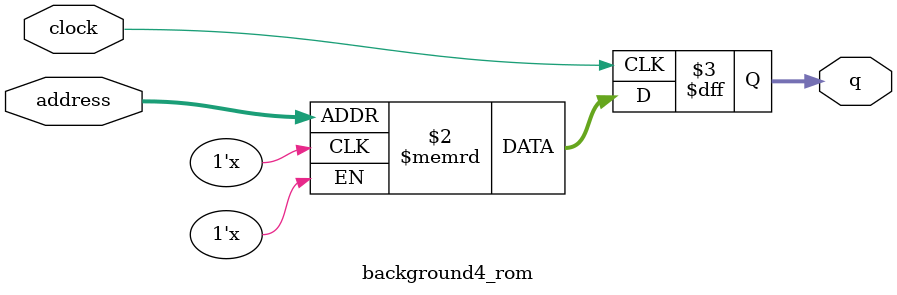
<source format=sv>
module background4_rom (
	input logic clock,
	input logic [16:0] address,
	output logic [3:0] q
);

logic [3:0] memory [0:76799] /* synthesis ram_init_file = "./background4/background4.mif" */;

always_ff @ (posedge clock) begin
	q <= memory[address];
end

endmodule

</source>
